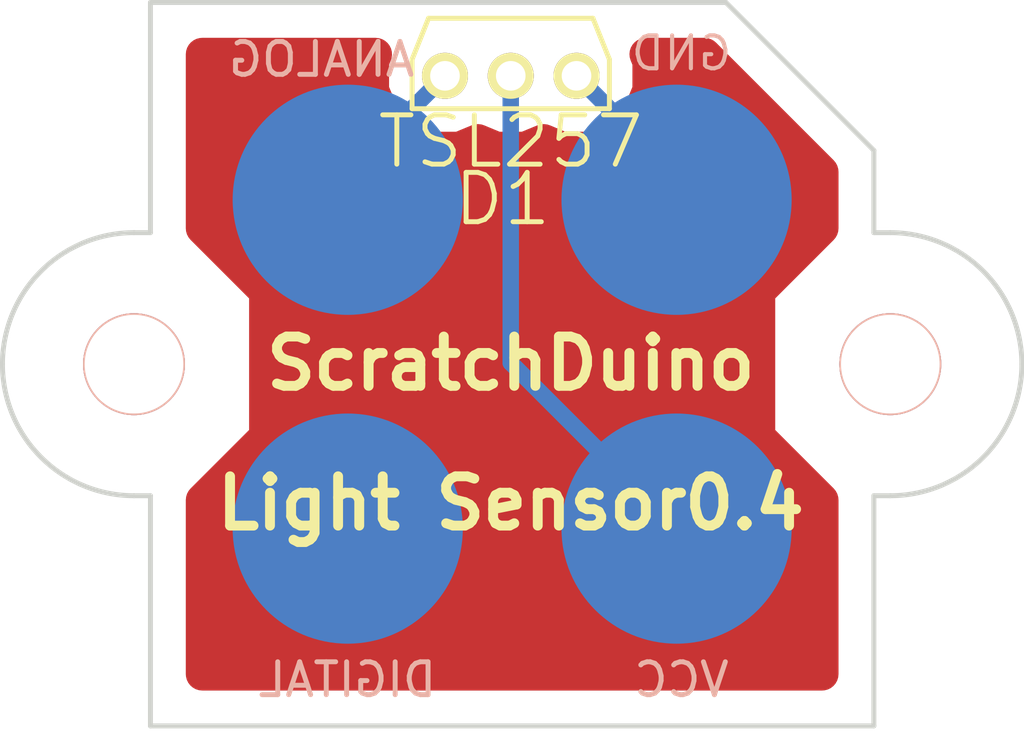
<source format=kicad_pcb>
(kicad_pcb (version 3) (host pcbnew "(2013-may-18)-stable")

  (general
    (links 3)
    (no_connects 0)
    (area 13.488999 14.464999 45.097001 37.773)
    (thickness 1.6)
    (drawings 17)
    (tracks 7)
    (zones 0)
    (modules 2)
    (nets 4)
  )

  (page A3)
  (layers
    (15 F.Cu signal)
    (0 B.Cu signal)
    (16 B.Adhes user hide)
    (17 F.Adhes user hide)
    (18 B.Paste user)
    (19 F.Paste user)
    (20 B.SilkS user)
    (21 F.SilkS user)
    (22 B.Mask user hide)
    (23 F.Mask user)
    (24 Dwgs.User user hide)
    (25 Cmts.User user hide)
    (26 Eco1.User user hide)
    (27 Eco2.User user hide)
    (28 Edge.Cuts user)
  )

  (setup
    (last_trace_width 0.5)
    (trace_clearance 0.254)
    (zone_clearance 1)
    (zone_45_only no)
    (trace_min 0.254)
    (segment_width 0.2)
    (edge_width 0.15)
    (via_size 1.5)
    (via_drill 1)
    (via_min_size 0.889)
    (via_min_drill 0.508)
    (uvia_size 0.508)
    (uvia_drill 0.127)
    (uvias_allowed no)
    (uvia_min_size 0.508)
    (uvia_min_drill 0.127)
    (pcb_text_width 0.3)
    (pcb_text_size 1.5 1.5)
    (mod_edge_width 0.15)
    (mod_text_size 1.5 1.5)
    (mod_text_width 0.15)
    (pad_size 1.4 1.4)
    (pad_drill 0.9)
    (pad_to_mask_clearance 0.2)
    (aux_axis_origin 0 0)
    (visible_elements FFFFFFBF)
    (pcbplotparams
      (layerselection 284983297)
      (usegerberextensions false)
      (excludeedgelayer true)
      (linewidth 0.100000)
      (plotframeref false)
      (viasonmask false)
      (mode 1)
      (useauxorigin false)
      (hpglpennumber 1)
      (hpglpenspeed 20)
      (hpglpendiameter 15)
      (hpglpenoverlay 2)
      (psnegative false)
      (psa4output false)
      (plotreference true)
      (plotvalue true)
      (plotothertext true)
      (plotinvisibletext false)
      (padsonsilk false)
      (subtractmaskfromsilk false)
      (outputformat 1)
      (mirror false)
      (drillshape 0)
      (scaleselection 1)
      (outputdirectory PCB/))
  )

  (net 0 "")
  (net 1 N-000002)
  (net 2 N-000003)
  (net 3 N-000004)

  (net_class Default "Это класс цепей по умолчанию."
    (clearance 0.254)
    (trace_width 0.5)
    (via_dia 1.5)
    (via_drill 1)
    (uvia_dia 0.508)
    (uvia_drill 0.127)
    (add_net "")
    (add_net N-000002)
    (add_net N-000003)
    (add_net N-000004)
  )

  (module SENSOR (layer B.Cu) (tedit 562D20DD) (tstamp 562D1F93)
    (at 40.793 37.269 180)
    (path /55D7B367)
    (fp_text reference P3 (at 11.43 2.54 180) (layer B.SilkS) hide
      (effects (font (size 1 1) (thickness 0.15)) (justify mirror))
    )
    (fp_text value "" (at 11.293 21.269 180) (layer B.SilkS)
      (effects (font (size 1 1) (thickness 0.15)) (justify mirror))
    )
    (fp_text user DIGITAL (at 16.51 1.905 180) (layer B.SilkS)
      (effects (font (size 1 1) (thickness 0.15)) (justify mirror))
    )
    (fp_text user VCC (at 6.35 1.905 180) (layer B.SilkS)
      (effects (font (size 1 1) (thickness 0.15)) (justify mirror))
    )
    (fp_text user ANALOG (at 17.293 20.769 180) (layer B.SilkS)
      (effects (font (size 1 1) (thickness 0.15)) (justify mirror))
    )
    (fp_text user GND (at 6.35 20.955 180) (layer B.SilkS)
      (effects (font (size 1 1) (thickness 0.125)) (justify mirror))
    )
    (fp_line (start 23 15.5) (end 22.5 15.5) (layer B.SilkS) (width 0.1))
    (fp_line (start 22.5 15.5) (end 22.5 22.5) (layer B.SilkS) (width 0.1))
    (fp_line (start 22.5 0.5) (end 22.5 7.5) (layer B.SilkS) (width 0.1))
    (fp_line (start 22.5 7.5) (end 23 7.5) (layer B.SilkS) (width 0.1))
    (fp_line (start 0 7.5) (end 0.5 7.5) (layer B.SilkS) (width 0.1))
    (fp_line (start 0.5 7.5) (end 0.5 0.5) (layer B.SilkS) (width 0.1))
    (fp_line (start 0 15.5) (end 0.5 15.5) (layer B.SilkS) (width 0.1))
    (fp_line (start 0.5 15.5) (end 0.5 17.5) (layer B.SilkS) (width 0.1))
    (fp_arc (start 23 11.5) (end 27 11.5) (angle -90) (layer B.SilkS) (width 0.1))
    (fp_arc (start 23 11.5) (end 23 15.5) (angle -90) (layer B.SilkS) (width 0.1))
    (fp_arc (start 0 11.5) (end 0 7.5) (angle -90) (layer B.SilkS) (width 0.1))
    (fp_arc (start 0 11.5) (end -4 11.5) (angle -90) (layer B.SilkS) (width 0.1))
    (fp_circle (center 0 11.5) (end 1.5 11.5) (layer B.SilkS) (width 0.1))
    (fp_circle (center 23 11.5) (end 24.5 11.5) (layer B.SilkS) (width 0.1))
    (fp_line (start 0.5 17.5) (end 0.5 18) (layer B.SilkS) (width 0.1))
    (fp_line (start 0.5 18) (end 5 22.5) (layer B.SilkS) (width 0.1))
    (fp_line (start 5 22.5) (end 22.5 22.5) (layer B.SilkS) (width 0.1))
    (fp_line (start 22.5 0.5) (end 0.5 0.5) (layer B.SilkS) (width 0.1))
    (pad 2 smd circle (at 6.5 6.5 180) (size 7 7)
      (layers B.Cu B.Mask)
      (net 2 N-000003)
      (solder_mask_margin 0.1)
    )
    (pad 3 smd circle (at 16.5 6.5 180) (size 7 7)
      (layers B.Cu B.Mask)
    )
    (pad 1 smd circle (at 6.5 16.5 180) (size 7 7)
      (layers B.Cu B.Mask)
      (net 1 N-000002)
    )
    (pad 4 smd circle (at 16.5 16.5 180) (size 7 7)
      (layers B.Cu B.Mask)
      (net 3 N-000004)
    )
    (pad "" np_thru_hole circle (at 0 11.5 180) (size 3.1 3.1) (drill 3)
      (layers *.Cu *.Mask B.SilkS)
    )
    (pad "" np_thru_hole circle (at 23 11.5 180) (size 3.1 3.1) (drill 3)
      (layers *.Cu *.Mask B.SilkS)
    )
  )

  (module TSL257 (layer F.Cu) (tedit 562D1CA6) (tstamp 562D1DB1)
    (at 29.25 17 180)
    (path /562D1AA2)
    (fp_text reference D1 (at 0.25 -3.75 180) (layer F.SilkS)
      (effects (font (size 1.5 1.5) (thickness 0.15)))
    )
    (fp_text value TSL257 (at 0 -2 180) (layer F.SilkS)
      (effects (font (size 1.5 1.5) (thickness 0.15)))
    )
    (fp_line (start -3 -1) (end 3 -1) (layer F.SilkS) (width 0.15))
    (fp_line (start 3 -1) (end 3 0.5) (layer F.SilkS) (width 0.15))
    (fp_line (start 3 0.5) (end 2.5 1.75) (layer F.SilkS) (width 0.15))
    (fp_line (start 2.5 1.75) (end -2.5 1.75) (layer F.SilkS) (width 0.15))
    (fp_line (start -2.5 1.75) (end -3 0.5) (layer F.SilkS) (width 0.15))
    (fp_line (start -3 0.5) (end -3 -1) (layer F.SilkS) (width 0.15))
    (pad 1 thru_hole circle (at -2 0 180) (size 1.4 1.4) (drill 0.9)
      (layers *.Cu *.Mask F.SilkS)
      (net 1 N-000002)
    )
    (pad 2 thru_hole circle (at 0 0 180) (size 1.4 1.4) (drill 0.9)
      (layers *.Cu *.Mask F.SilkS)
      (net 2 N-000003)
    )
    (pad 3 thru_hole circle (at 2 0 180) (size 1.4 1.4) (drill 0.9)
      (layers *.Cu *.Mask F.SilkS)
      (net 3 N-000004)
    )
  )

  (gr_text "Light Sensor0.4" (at 29.25 30) (layer F.SilkS)
    (effects (font (size 1.5 1.5) (thickness 0.3)))
  )
  (gr_text ScratchDuino (at 29.25 25.75) (layer F.SilkS)
    (effects (font (size 1.5 1.5) (thickness 0.3)))
  )
  (gr_arc (start 17.793 25.769) (end 17.793 29.769) (angle 90) (layer Edge.Cuts) (width 0.15))
  (gr_arc (start 17.793 25.769) (end 13.793 25.769) (angle 90) (layer Edge.Cuts) (width 0.15))
  (gr_arc (start 40.793 25.769) (end 44.793 25.769) (angle 90) (layer Edge.Cuts) (width 0.15))
  (gr_arc (start 40.793 25.769) (end 40.793 21.769) (angle 90) (layer Edge.Cuts) (width 0.15))
  (gr_line (start 40.293 29.769) (end 40.793 29.769) (angle 90) (layer Edge.Cuts) (width 0.15))
  (gr_line (start 40.293 21.769) (end 40.793 21.769) (angle 90) (layer Edge.Cuts) (width 0.15))
  (gr_line (start 17.793 29.769) (end 18.293 29.769) (angle 90) (layer Edge.Cuts) (width 0.15))
  (gr_line (start 18.293 21.769) (end 17.793 21.769) (angle 90) (layer Edge.Cuts) (width 0.15))
  (gr_line (start 18.293 14.769) (end 18.293 21.769) (angle 90) (layer Edge.Cuts) (width 0.15))
  (gr_line (start 35.793 14.769) (end 18.293 14.769) (angle 90) (layer Edge.Cuts) (width 0.15))
  (gr_line (start 40.293 19.269) (end 35.793 14.769) (angle 90) (layer Edge.Cuts) (width 0.15))
  (gr_line (start 40.293 21.769) (end 40.293 19.269) (angle 90) (layer Edge.Cuts) (width 0.15))
  (gr_line (start 40.293 36.769) (end 40.293 29.769) (angle 90) (layer Edge.Cuts) (width 0.15))
  (gr_line (start 18.293 36.769) (end 40.293 36.769) (angle 90) (layer Edge.Cuts) (width 0.15))
  (gr_line (start 18.293 36.769) (end 18.293 29.769) (angle 90) (layer Edge.Cuts) (width 0.15))

  (segment (start 34.293 20.769) (end 34.293 20.043) (width 0.5) (layer B.Cu) (net 1))
  (segment (start 34.293 20.043) (end 31.25 17) (width 0.5) (layer B.Cu) (net 1) (tstamp 562D1E3F))
  (segment (start 29.25 17) (end 29.25 25.726) (width 0.5) (layer B.Cu) (net 2))
  (segment (start 29.25 25.726) (end 34.293 30.769) (width 0.5) (layer B.Cu) (net 2) (tstamp 562D1E42))
  (segment (start 24.293 20.769) (end 24.293 19.957) (width 0.5) (layer B.Cu) (net 3))
  (segment (start 24.293 20.769) (end 24.4012 20.769) (width 0.5) (layer B.Cu) (net 3))
  (segment (start 24.293 19.957) (end 27.25 17) (width 0.5) (layer B.Cu) (net 3) (tstamp 562D1E3C))

  (zone (net 0) (net_name "") (layer F.Cu) (tstamp 55D8EB15) (hatch edge 0.508)
    (connect_pads (clearance 1))
    (min_thickness 1)
    (fill (arc_segments 16) (thermal_gap 1) (thermal_bridge_width 1.2))
    (polygon
      (pts
        (xy 40.293 36.769) (xy 18.293 36.769) (xy 18.293 29.769) (xy 19.293 29.769) (xy 21.293 27.769)
        (xy 21.293 23.769) (xy 19.293 21.769) (xy 18.293 21.769) (xy 18.293 14.769) (xy 35.793 14.769)
        (xy 40.293 19.269) (xy 40.293 21.769) (xy 39.293 21.769) (xy 37.293 23.769) (xy 37.293 27.769)
        (xy 39.293 29.769) (xy 40.293 29.769)
      )
    )
    (filled_polygon
      (pts
        (xy 38.718 35.194) (xy 19.868 35.194) (xy 19.868 29.901107) (xy 21.793 27.976107) (xy 21.793 23.561893)
        (xy 19.868 21.636893) (xy 19.868 16.344) (xy 25.14027 16.344) (xy 25.050383 16.560473) (xy 25.049619 17.435687)
        (xy 25.383844 18.244572) (xy 26.002173 18.863981) (xy 26.810473 19.199617) (xy 27.685687 19.200381) (xy 28.25039 18.967049)
        (xy 28.810473 19.199617) (xy 29.685687 19.200381) (xy 30.25039 18.967049) (xy 30.810473 19.199617) (xy 31.685687 19.200381)
        (xy 32.494572 18.866156) (xy 33.113981 18.247827) (xy 33.449617 17.439527) (xy 33.450381 16.564313) (xy 33.359349 16.344)
        (xy 35.140614 16.344) (xy 38.718 19.921386) (xy 38.718 21.636893) (xy 36.793 23.561893) (xy 36.793 27.976107)
        (xy 38.718 29.901107) (xy 38.718 35.194)
      )
    )
  )
)

</source>
